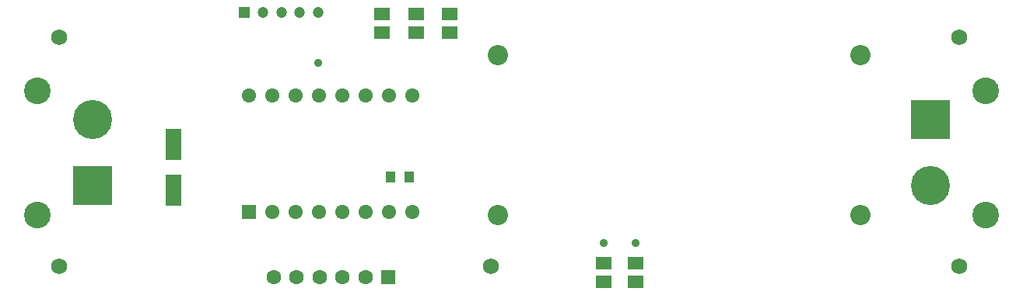
<source format=gts>
G04*
G04 #@! TF.GenerationSoftware,Altium Limited,Altium Designer,25.8.1 (18)*
G04*
G04 Layer_Color=8388736*
%FSLAX44Y44*%
%MOMM*%
G71*
G04*
G04 #@! TF.SameCoordinates,F8F0A343-2924-4F85-9C9D-BDB02173843C*
G04*
G04*
G04 #@! TF.FilePolarity,Negative*
G04*
G01*
G75*
%ADD17R,1.0000X1.2500*%
%ADD19R,1.8032X3.4032*%
%ADD20R,1.6532X1.4032*%
%ADD21C,2.2032*%
%ADD22O,1.5240X1.6000*%
%ADD23C,4.2532*%
%ADD24R,1.5240X1.6000*%
%ADD25R,4.2532X4.2532*%
%ADD26C,2.9032*%
%ADD27R,1.6032X1.6032*%
%ADD28C,1.6032*%
%ADD29C,1.2000*%
%ADD30R,1.2000X1.2000*%
%ADD31C,1.7272*%
%ADD32C,0.9032*%
D17*
X711040Y1057910D02*
D03*
X691040D02*
D03*
D19*
X454660Y1093070D02*
D03*
Y1043070D02*
D03*
D20*
X923290Y943770D02*
D03*
X957580D02*
D03*
X681990Y1235550D02*
D03*
X718820D02*
D03*
X755650D02*
D03*
X718820Y1215550D02*
D03*
X755650D02*
D03*
X923290Y963770D02*
D03*
X681990Y1215550D02*
D03*
X957580Y963770D02*
D03*
D21*
X807720Y1191000D02*
D03*
X1202720D02*
D03*
Y1016000D02*
D03*
X807720D02*
D03*
D22*
X715010Y1019810D02*
D03*
X689610D02*
D03*
X562610Y1146810D02*
D03*
X537210D02*
D03*
X588010D02*
D03*
X613410D02*
D03*
X638810D02*
D03*
X664210D02*
D03*
X689610D02*
D03*
X715010D02*
D03*
X664210Y1019810D02*
D03*
X638810D02*
D03*
X613410D02*
D03*
X588010D02*
D03*
X562610D02*
D03*
D23*
X367030Y1120140D02*
D03*
X1278580Y1048140D02*
D03*
D24*
X537210Y1019810D02*
D03*
D25*
X1278580Y1120140D02*
D03*
X367030Y1048140D02*
D03*
D26*
X307030Y1151640D02*
D03*
Y1016640D02*
D03*
X1338580D02*
D03*
Y1151640D02*
D03*
D27*
X688880Y948690D02*
D03*
D28*
X638880D02*
D03*
X563880D02*
D03*
X613880D02*
D03*
X663880D02*
D03*
X588880D02*
D03*
D29*
X612140Y1236980D02*
D03*
X592140D02*
D03*
X572140D02*
D03*
X552140D02*
D03*
D30*
X532140D02*
D03*
D31*
X800000Y960000D02*
D03*
X1310000Y1210000D02*
D03*
Y960000D02*
D03*
X330000D02*
D03*
Y1210000D02*
D03*
D32*
X923290Y985520D02*
D03*
X612140Y1182370D02*
D03*
X957580Y985520D02*
D03*
M02*

</source>
